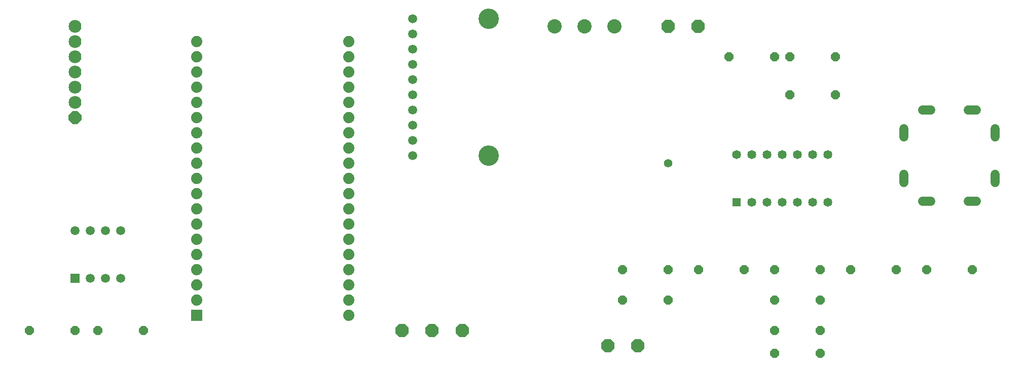
<source format=gbr>
G04 EAGLE Gerber RS-274X export*
G75*
%MOMM*%
%FSLAX34Y34*%
%LPD*%
%INSoldermask Bottom*%
%IPPOS*%
%AMOC8*
5,1,8,0,0,1.08239X$1,22.5*%
G01*
%ADD10C,1.524000*%
%ADD11P,1.649562X8X22.500000*%
%ADD12P,1.649562X8X202.500000*%
%ADD13R,1.879600X1.879600*%
%ADD14C,1.879600*%
%ADD15P,2.309387X8X22.500000*%
%ADD16C,2.133600*%
%ADD17R,1.481200X1.481200*%
%ADD18C,1.481200*%
%ADD19C,1.511200*%
%ADD20C,3.403200*%
%ADD21P,2.384722X8X202.500000*%
%ADD22P,2.384722X8X22.500000*%
%ADD23R,1.491200X1.491200*%
%ADD24C,1.491200*%
%ADD25C,2.387600*%
%ADD26C,1.409600*%


D10*
X1746504Y800100D02*
X1733296Y800100D01*
X1670304Y800100D02*
X1657096Y800100D01*
X1778000Y692404D02*
X1778000Y679196D01*
X1778000Y755396D02*
X1778000Y768604D01*
X1670304Y647700D02*
X1657096Y647700D01*
X1733296Y647700D02*
X1746504Y647700D01*
X1625600Y755396D02*
X1625600Y768604D01*
X1625600Y692404D02*
X1625600Y679196D01*
D11*
X1155700Y533400D03*
X1231900Y533400D03*
D12*
X1511300Y889000D03*
X1435100Y889000D03*
D11*
X1435100Y825500D03*
X1511300Y825500D03*
D12*
X1409700Y889000D03*
X1333500Y889000D03*
D11*
X1155700Y482600D03*
X1231900Y482600D03*
X1282700Y533400D03*
X1358900Y533400D03*
X1409700Y533400D03*
X1485900Y533400D03*
X1409700Y482600D03*
X1485900Y482600D03*
X1409700Y431800D03*
X1485900Y431800D03*
X1409700Y393700D03*
X1485900Y393700D03*
X1536700Y533400D03*
X1612900Y533400D03*
D12*
X1739900Y533400D03*
X1663700Y533400D03*
D13*
X444500Y457200D03*
D14*
X444500Y482600D03*
X444500Y508000D03*
X444500Y533400D03*
X444500Y558800D03*
X444500Y584200D03*
X444500Y609600D03*
X444500Y635000D03*
X444500Y660400D03*
X444500Y685800D03*
X444500Y711200D03*
X444500Y736600D03*
X444500Y762000D03*
X444500Y787400D03*
X444500Y812800D03*
X444500Y838200D03*
X444500Y863600D03*
X444500Y889000D03*
X444500Y914400D03*
X698500Y914400D03*
X698500Y889000D03*
X698500Y863600D03*
X698500Y838200D03*
X698500Y812800D03*
X698500Y787400D03*
X698500Y762000D03*
X698500Y736600D03*
X698500Y711200D03*
X698500Y685800D03*
X698500Y660400D03*
X698500Y635000D03*
X698500Y609600D03*
X698500Y584200D03*
X698500Y558800D03*
X698500Y533400D03*
X698500Y508000D03*
X698500Y482600D03*
X698500Y457200D03*
D15*
X241300Y787400D03*
D16*
X241300Y812800D03*
X241300Y838200D03*
X241300Y863600D03*
X241300Y889000D03*
X241300Y914400D03*
X241300Y939800D03*
D17*
X1346200Y646100D03*
D18*
X1371600Y646100D03*
X1397000Y646100D03*
X1422400Y646100D03*
X1447800Y646100D03*
X1473200Y646100D03*
X1498600Y646100D03*
X1498600Y725500D03*
X1473200Y725500D03*
X1447800Y725500D03*
X1422400Y725500D03*
X1397000Y725500D03*
X1371600Y725500D03*
X1346200Y725500D03*
D19*
X805180Y952500D03*
X805180Y927100D03*
X805180Y901700D03*
X805180Y876300D03*
X805180Y850900D03*
X805180Y825500D03*
X805180Y800100D03*
X805180Y774700D03*
X805180Y749300D03*
X805180Y723900D03*
D20*
X932180Y952500D03*
X932180Y723900D03*
D21*
X1181100Y406400D03*
X1131100Y406400D03*
D22*
X787400Y431800D03*
X837400Y431800D03*
X888200Y431800D03*
D23*
X241300Y519100D03*
D24*
X266700Y519100D03*
X292100Y519100D03*
X317500Y519100D03*
X317500Y598500D03*
X292100Y598500D03*
X266700Y598500D03*
X241300Y598500D03*
D11*
X279400Y431800D03*
X355600Y431800D03*
X165100Y431800D03*
X241300Y431800D03*
D22*
X1231900Y939800D03*
X1281900Y939800D03*
D25*
X1142200Y939800D03*
X1092200Y939800D03*
X1042200Y939800D03*
D26*
X1231900Y711200D03*
M02*

</source>
